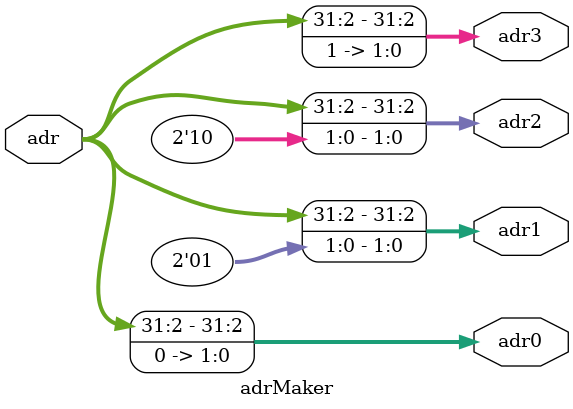
<source format=v>
`timescale 1ps/1ps
module adrMaker(
    adr,

    adr0,
    adr1,
    adr2,
    adr3
);
parameter WORD = 32;
input[WORD-1:0]adr;
output[WORD-1:0]adr0, adr1, adr2, adr3;

assign adr0 = {adr[WORD-1:2],2'b00};
assign adr1 = {adr[WORD-1:2],2'b01};
assign adr2 = {adr[WORD-1:2],2'b10};
assign adr3 = {adr[WORD-1:2],2'b11};
endmodule
</source>
